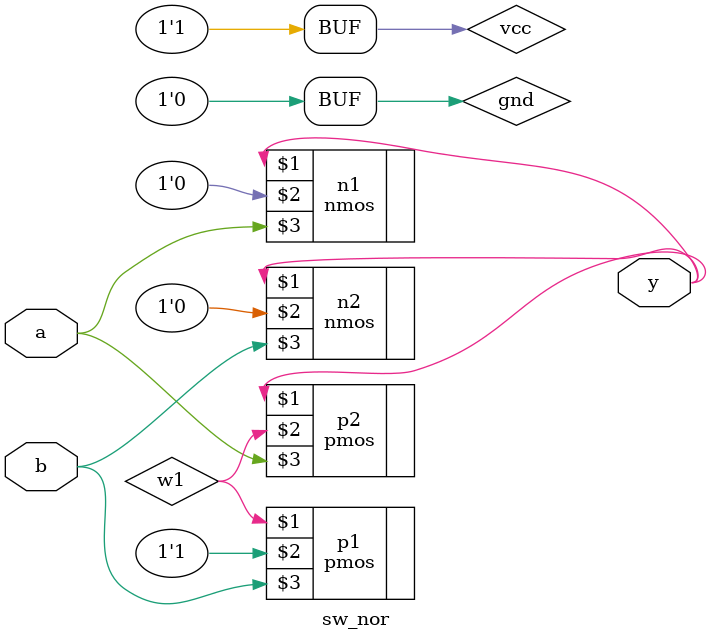
<source format=v>
module sw_nor(y,a,b);
input a,b;
output y;
supply1 vcc;
supply0 gnd;
wire w1;
pmos p1(w1,vcc,b);
pmos p2(y,w1,a);
nmos n1(y, gnd, a);
nmos n2(y, gnd, b);
endmodule

</source>
